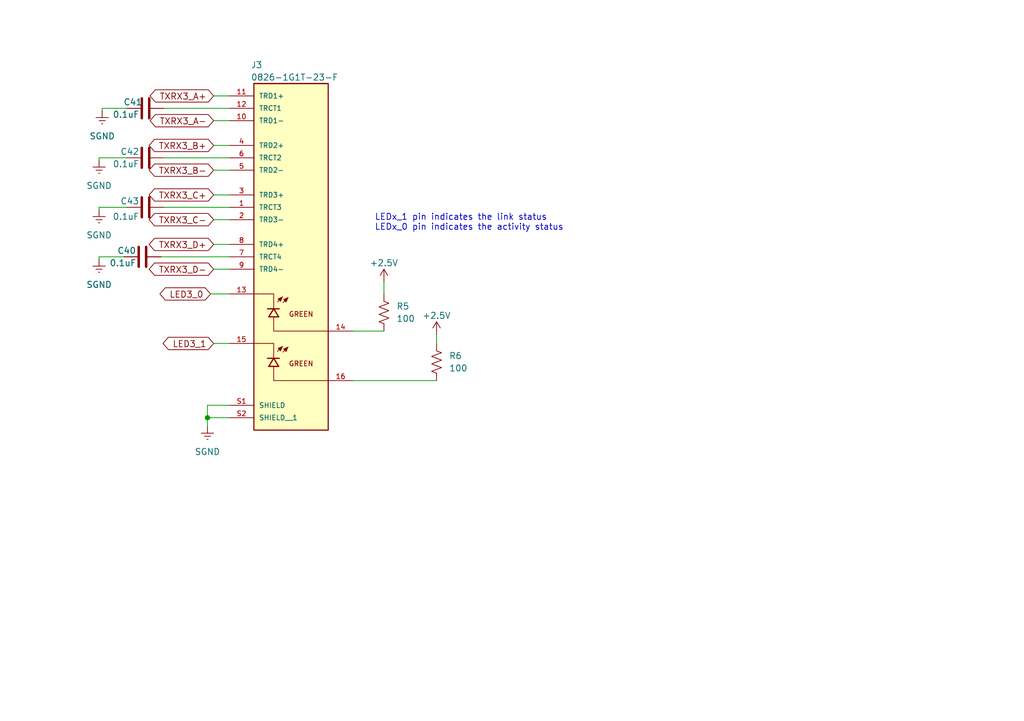
<source format=kicad_sch>
(kicad_sch (version 20250114) (generator "eeschema") (generator_version "9.0")
  (paper "A5")
  (lib_symbols
    (symbol "Device:C" (pin_numbers (hide yes)) (pin_names (offset 0.254))
      (property "Reference" "C" (at 0.635 2.54 0))
      (property "Value" "C" (at 0.635 -2.54 0))
      (symbol "C_0_1"
        (polyline (pts (xy -2.032 0.762) (xy 2.032 0.762)) (stroke (width 0.508)))
        (polyline (pts (xy -2.032 -0.762) (xy 2.032 -0.762)) (stroke (width 0.508)))
      )
      (symbol "C_1_1"
        (pin passive line (at 0 3.81 270) (length 2.794) (name "~") (number "1"))
        (pin passive line (at 0 -3.81 90) (length 2.794) (name "~") (number "2"))
      )
    )
    (symbol "Device:R_US" (pin_numbers (hide yes)) (pin_names (offset 0))
      (property "Reference" "R" (at 2.54 0 90))
      (property "Value" "R_US" (at -2.54 0 90))
      (symbol "R_US_0_1"
        (polyline (pts (xy 0 2.286) (xy 0 2.54)))
        (polyline (pts (xy 0 2.286) (xy 1.016 1.905) (xy 0 1.524) (xy -1.016 1.143) (xy 0 0.762)))
        (polyline (pts (xy 0 0.762) (xy 1.016 0.381) (xy 0 0) (xy -1.016 -0.381) (xy 0 -0.762)))
        (polyline (pts (xy 0 -0.762) (xy 1.016 -1.143) (xy 0 -1.524) (xy -1.016 -1.905) (xy 0 -2.286)))
        (polyline (pts (xy 0 -2.286) (xy 0 -2.54)))
      )
      (symbol "R_US_1_1"
        (pin passive line (at 0 3.81 270) (length 1.27) (name "~") (number "1"))
        (pin passive line (at 0 -3.81 90) (length 1.27) (name "~") (number "2"))
      )
    )
    (symbol "SCALES:0826-1G1T-23-F" (pin_names (offset 1.016))
      (property "Reference" "J" (at -7.62 34.29 0))
      (property "Value" "0826-1G1T-23-F" (at -7.62 -39.37 0))
      (symbol "0826-1G1T-23-F_0_0"
        (rectangle (start -7.62 33.02) (end 7.62 -38.1) (stroke (width 0.254)) (fill (type background)))
        (polyline (pts (xy -3.556 -10.16) (xy -7.62 -10.16)) (stroke (width 0.1524)))
        (polyline (pts (xy -3.556 -13.081) (xy -3.556 -10.16)) (stroke (width 0.1524)))
        (polyline (pts (xy -3.556 -13.208) (xy -4.826 -13.208)) (stroke (width 0.254)))
        (polyline (pts (xy -3.556 -13.208) (xy -4.572 -14.859)) (stroke (width 0.254)))
        (polyline (pts (xy -3.556 -17.78) (xy -3.556 -14.986)) (stroke (width 0.1524)))
        (polyline (pts (xy -3.556 -17.78) (xy 7.62 -17.78)) (stroke (width 0.1524)))
        (polyline (pts (xy -3.556 -20.32) (xy -7.62 -20.32)) (stroke (width 0.1524)))
        (polyline (pts (xy -3.556 -23.241) (xy -3.556 -20.32)) (stroke (width 0.1524)))
        (polyline (pts (xy -3.556 -23.368) (xy -4.826 -23.368)) (stroke (width 0.254)))
        (polyline (pts (xy -3.556 -23.368) (xy -4.572 -25.019)) (stroke (width 0.254)))
        (polyline (pts (xy -3.556 -27.94) (xy -3.556 -25.146)) (stroke (width 0.1524)))
        (polyline (pts (xy -3.556 -27.94) (xy 7.62 -27.94)) (stroke (width 0.1524)))
        (polyline (pts (xy -2.794 -11.811) (xy -1.778 -10.795)) (stroke (width 0.1524)))
        (polyline (pts (xy -2.794 -21.971) (xy -1.778 -20.955)) (stroke (width 0.1524)))
        (polyline (pts (xy -2.54 -14.859) (xy -4.572 -14.859)) (stroke (width 0.254)))
        (polyline (pts (xy -2.54 -14.859) (xy -3.556 -13.208)) (stroke (width 0.254)))
        (polyline (pts (xy -2.54 -25.019) (xy -4.572 -25.019)) (stroke (width 0.254)))
        (polyline (pts (xy -2.54 -25.019) (xy -3.556 -23.368)) (stroke (width 0.254)))
        (polyline (pts (xy -2.413 -13.208) (xy -3.556 -13.208)) (stroke (width 0.254)))
        (polyline (pts (xy -2.413 -23.368) (xy -3.556 -23.368)) (stroke (width 0.254)))
        (polyline (pts (xy -1.778 -10.795) (xy -2.667 -11.176) (xy -2.159 -11.684) (xy -1.778 -10.795)) (stroke (width 0.1524)) (fill (type outline)))
        (polyline (pts (xy -1.778 -20.955) (xy -2.667 -21.336) (xy -2.159 -21.844) (xy -1.778 -20.955)) (stroke (width 0.1524)) (fill (type outline)))
        (polyline (pts (xy -1.651 -11.938) (xy -0.635 -10.922)) (stroke (width 0.1524)))
        (polyline (pts (xy -1.651 -22.098) (xy -0.635 -21.082)) (stroke (width 0.1524)))
        (polyline (pts (xy -0.635 -10.922) (xy -1.524 -11.303) (xy -1.016 -11.811) (xy -0.635 -10.922)) (stroke (width 0.1524)) (fill (type outline)))
        (polyline (pts (xy -0.635 -21.082) (xy -1.524 -21.463) (xy -1.016 -21.971) (xy -0.635 -21.082)) (stroke (width 0.1524)) (fill (type outline)))
        (text "GREEN" (at -0.508 -13.716 0) (effects (font (size 1.016 1.016)) (justify left top)))
        (text "GREEN" (at -0.508 -23.876 0) (effects (font (size 1.016 1.016)) (justify left top)))
        (pin passive line (at -12.7 30.48 0) (length 5.08) (name "TRD1+") (number "11"))
        (pin passive line (at -12.7 27.94 0) (length 5.08) (name "TRCT1") (number "12"))
        (pin passive line (at -12.7 25.4 0) (length 5.08) (name "TRD1-") (number "10"))
        (pin passive line (at -12.7 20.32 0) (length 5.08) (name "TRD2+") (number "4"))
        (pin passive line (at -12.7 17.78 0) (length 5.08) (name "TRCT2") (number "6"))
        (pin passive line (at -12.7 15.24 0) (length 5.08) (name "TRD2-") (number "5"))
        (pin passive line (at -12.7 10.16 0) (length 5.08) (name "TRD3+") (number "3"))
        (pin passive line (at -12.7 7.62 0) (length 5.08) (name "TRCT3") (number "1"))
        (pin passive line (at -12.7 5.08 0) (length 5.08) (name "TRD3-") (number "2"))
        (pin passive line (at -12.7 0 0) (length 5.08) (name "TRD4+") (number "8"))
        (pin passive line (at -12.7 -2.54 0) (length 5.08) (name "TRCT4") (number "7"))
        (pin passive line (at -12.7 -5.08 0) (length 5.08) (name "TRD4-") (number "9"))
        (pin passive line (at -12.7 -10.16 0) (length 5.08) (name "~") (number "13"))
        (pin passive line (at -12.7 -20.32 0) (length 5.08) (name "~") (number "15"))
        (pin passive line (at -12.7 -33.02 0) (length 5.08) (name "SHIELD") (number "S1"))
        (pin passive line (at -12.7 -35.56 0) (length 5.08) (name "SHIELD__1") (number "S2"))
        (pin passive line (at 12.7 -17.78 180) (length 5.08) (name "~") (number "14"))
        (pin passive line (at 12.7 -27.94 180) (length 5.08) (name "~") (number "16"))
      )
    )
    (symbol "power:+2V5" (power) (pin_numbers (hide yes)) (pin_names (offset 0) (hide yes))
      (property "Value" "+2V5" (at 0 3.556 0))
      (symbol "+2V5_0_1"
        (polyline (pts (xy -0.762 1.27) (xy 0 2.54)))
        (polyline (pts (xy 0 2.54) (xy 0.762 1.27)))
        (polyline (pts (xy 0 0) (xy 0 2.54)))
      )
      (symbol "+2V5_1_1"
        (pin power_in line (at 0 0 90) (length 0) (name "~") (number "1"))
      )
    )
    (symbol "power:GNDREF" (power) (pin_numbers (hide yes)) (pin_names (offset 0) (hide yes))
      (property "Value" "GNDREF" (at 0 -3.81 0))
      (symbol "GNDREF_0_1"
        (polyline (pts (xy -0.635 -1.905) (xy 0.635 -1.905)))
        (polyline (pts (xy -0.127 -2.54) (xy 0.127 -2.54)))
        (polyline (pts (xy 0 -1.27) (xy 0 0)))
        (polyline (pts (xy 1.27 -1.27) (xy -1.27 -1.27)))
      )
      (symbol "GNDREF_1_1"
        (pin power_in line (at 0 0 270) (length 0) (name "~") (number "1"))
      )
    )
  )
  (text "LEDx_1 pin indicates the link status\nLEDx_0 pin indicates the activity status" (at 76.835 45.72 0) (effects (font (size 1.27 1.27)) (justify left)))
  (junction (at 42.545 85.725))
  (wire (pts (xy 72.39 67.945) (xy 78.74 67.945)))
  (wire (pts (xy 20.32 33.02) (xy 20.32 32.385)))
  (wire (pts (xy 42.545 85.725) (xy 42.545 87.63)))
  (wire (pts (xy 42.545 83.185) (xy 42.545 85.725)))
  (wire (pts (xy 72.39 78.105) (xy 89.535 78.105)))
  (wire (pts (xy 20.32 52.705) (xy 25.4 52.705)))
  (wire (pts (xy 20.955 22.225) (xy 26.035 22.225)))
  (wire (pts (xy 43.815 29.845) (xy 46.99 29.845)))
  (wire (pts (xy 33.655 22.225) (xy 46.99 22.225)))
  (wire (pts (xy 43.18 60.325) (xy 46.99 60.325)))
  (wire (pts (xy 33.655 32.385) (xy 46.99 32.385)))
  (wire (pts (xy 43.815 34.925) (xy 46.99 34.925)))
  (wire (pts (xy 43.815 70.485) (xy 46.99 70.485)))
  (wire (pts (xy 26.035 42.545) (xy 20.32 42.545)))
  (wire (pts (xy 20.955 22.86) (xy 20.955 22.225)))
  (wire (pts (xy 20.32 32.385) (xy 26.035 32.385)))
  (wire (pts (xy 78.74 57.785) (xy 78.74 60.325)))
  (wire (pts (xy 46.99 83.185) (xy 42.545 83.185)))
  (wire (pts (xy 33.02 52.705) (xy 46.99 52.705)))
  (wire (pts (xy 43.815 19.685) (xy 46.99 19.685)))
  (wire (pts (xy 89.535 68.58) (xy 89.535 70.485)))
  (wire (pts (xy 43.815 50.165) (xy 46.99 50.165)))
  (wire (pts (xy 43.815 55.245) (xy 46.99 55.245)))
  (wire (pts (xy 43.815 40.005) (xy 46.99 40.005)))
  (wire (pts (xy 20.32 53.34) (xy 20.32 52.705)))
  (wire (pts (xy 43.815 24.765) (xy 46.99 24.765)))
  (wire (pts (xy 20.32 42.545) (xy 20.32 43.18)))
  (wire (pts (xy 43.815 45.085) (xy 46.99 45.085)))
  (wire (pts (xy 33.655 42.545) (xy 46.99 42.545)))
  (wire (pts (xy 42.545 85.725) (xy 46.99 85.725)))
  (global_label "TXRX3_C+" (shape bidirectional) (at 43.815 40.005 180) (property "Intersheetrefs" "${INTERSHEET_REFS}" (effects (hide yes))) (property "Netclass" "DP_100R_TOP" (effects (hide yes))))
  (global_label "TXRX3_A-" (shape bidirectional) (at 43.815 24.765 180) (property "Intersheetrefs" "${INTERSHEET_REFS}" (effects (hide yes))) (property "Netclass" "DP_100R_TOP" (effects (hide yes))))
  (global_label "LED3_0" (shape bidirectional) (at 43.18 60.325 180) (property "Intersheetrefs" "${INTERSHEET_REFS}" (effects (hide yes))))
  (global_label "TXRX3_D+" (shape bidirectional) (at 43.815 50.165 180) (property "Intersheetrefs" "${INTERSHEET_REFS}" (effects (hide yes))) (property "Netclass" "DP_100R_TOP" (effects (hide yes))))
  (global_label "LED3_1" (shape bidirectional) (at 43.815 70.485 180) (property "Intersheetrefs" "${INTERSHEET_REFS}" (effects (hide yes))))
  (global_label "TXRX3_B-" (shape bidirectional) (at 43.815 34.925 180) (property "Intersheetrefs" "${INTERSHEET_REFS}" (effects (hide yes))) (property "Netclass" "DP_100R_TOP" (effects (hide yes))))
  (global_label "TXRX3_C-" (shape bidirectional) (at 43.815 45.085 180) (property "Intersheetrefs" "${INTERSHEET_REFS}" (effects (hide yes))) (property "Netclass" "DP_100R_TOP" (effects (hide yes))))
  (global_label "TXRX3_D-" (shape bidirectional) (at 43.815 55.245 180) (property "Intersheetrefs" "${INTERSHEET_REFS}" (effects (hide yes))) (property "Netclass" "DP_100R_TOP" (effects (hide yes))))
  (global_label "TXRX3_A+" (shape bidirectional) (at 43.815 19.685 180) (property "Intersheetrefs" "${INTERSHEET_REFS}" (effects (hide yes))) (property "Netclass" "DP_100R_TOP" (effects (hide yes))))
  (global_label "TXRX3_B+" (shape bidirectional) (at 43.815 29.845 180) (property "Intersheetrefs" "${INTERSHEET_REFS}" (effects (hide yes))) (property "Netclass" "DP_100R_TOP" (effects (hide yes))))
  (symbol (lib_id "power:GNDREF") (at 20.32 43.18 0) (unit 1)
    (property "Reference" "#PWR025" (effects (hide yes)))
    (property "Value" "SGND" (at 20.32 48.26 0))
    (property "Description" "Power symbol creates a global label with name \"GNDREF\" , reference supply ground" (effects (hide yes)))
  )
  (symbol (lib_id "power:+2V5") (at 89.535 68.58 0) (unit 1)
    (property "Reference" "#PWR030" (effects (hide yes)))
    (property "Value" "+2.5V" (at 89.535 64.77 0))
    (property "Description" "Power symbol creates a global label with name \"+2V5\"" (effects (hide yes)))
  )
  (symbol (lib_id "Device:C") (at 29.21 52.705 90) (unit 1)
    (property "Reference" "C40" (at 27.94 51.435 90) (effects (justify left)))
    (property "Value" "0.1uF" (at 27.94 53.975 90) (effects (justify left)))
    (property "Footprint" "Capacitor_SMD:C_0603_1608Metric" (effects (hide yes)))
    (property "Description" "Unpolarized capacitor" (effects (hide yes)))
  )
  (symbol (lib_id "Device:C") (at 29.845 22.225 90) (unit 1)
    (property "Reference" "C41" (at 29.21 20.955 90) (effects (justify left)))
    (property "Value" "0.1uF" (at 28.575 23.495 90) (effects (justify left)))
    (property "Footprint" "Capacitor_SMD:C_0603_1608Metric" (effects (hide yes)))
    (property "Description" "Unpolarized capacitor" (effects (hide yes)))
  )
  (symbol (lib_id "power:GNDREF") (at 20.32 33.02 0) (unit 1)
    (property "Reference" "#PWR024" (effects (hide yes)))
    (property "Value" "SGND" (at 20.32 38.1 0))
    (property "Description" "Power symbol creates a global label with name \"GNDREF\" , reference supply ground" (effects (hide yes)))
  )
  (symbol (lib_id "power:+2V5") (at 78.74 57.785 0) (unit 1)
    (property "Reference" "#PWR029" (effects (hide yes)))
    (property "Value" "+2.5V" (at 78.74 53.975 0))
    (property "Description" "Power symbol creates a global label with name \"+2V5\"" (effects (hide yes)))
  )
  (symbol (lib_id "Device:R_US") (at 89.535 74.295 180) (unit 1)
    (property "Reference" "R6" (at 92.075 73.0249 0) (effects (justify right)))
    (property "Value" "100" (at 92.075 75.5649 0) (effects (justify right)))
    (property "Footprint" "Resistor_SMD:R_0603_1608Metric" (effects (hide yes)))
    (property "Description" "Resistor, US symbol" (effects (hide yes)))
  )
  (symbol (lib_id "Device:C") (at 29.845 32.385 90) (unit 1)
    (property "Reference" "C42" (at 28.575 31.115 90) (effects (justify left)))
    (property "Value" "0.1uF" (at 28.575 33.655 90) (effects (justify left)))
    (property "Footprint" "Capacitor_SMD:C_0603_1608Metric" (effects (hide yes)))
    (property "Description" "Unpolarized capacitor" (effects (hide yes)))
  )
  (symbol (lib_id "Device:C") (at 29.845 42.545 90) (unit 1)
    (property "Reference" "C43" (at 28.575 41.275 90) (effects (justify left)))
    (property "Value" "0.1uF" (at 28.575 44.45 90) (effects (justify left)))
    (property "Footprint" "Capacitor_SMD:C_0603_1608Metric" (effects (hide yes)))
    (property "Description" "Unpolarized capacitor" (effects (hide yes)))
  )
  (symbol (lib_id "power:GNDREF") (at 20.955 22.86 0) (unit 1)
    (property "Reference" "#PWR027" (effects (hide yes)))
    (property "Value" "SGND" (at 20.955 27.94 0))
    (property "Description" "Power symbol creates a global label with name \"GNDREF\" , reference supply ground" (effects (hide yes)))
  )
  (symbol (lib_id "SCALES:0826-1G1T-23-F") (at 59.69 50.165 0) (unit 1)
    (property "Reference" "J3" (at 51.435 13.335 0) (effects (justify left)))
    (property "Value" "0826-1G1T-23-F" (at 51.435 15.875 0) (effects (justify left)))
    (property "Footprint" "SCALES:BEL_0826-1G1T-23-F" (effects (hide yes)))
    (property "Datasheet" "https://jlcpcb.com/partdetail/BelFuse-0826_1G1T_23F/C5467573" (effects (hide yes)))
    (property "Description" "MagJack 1000BASE-T | 1X1 | G/G | Tab Up | RoHS" (effects (hide yes)))
    (property "MF" "Bel Magnetic Solutions" (effects (hide yes)))
    (property "PACKAGE" "None" (effects (hide yes)))
    (property "PRICE" "None" (effects (hide yes)))
    (property "MP" "0826-1G1T-23-F" (effects (hide yes)))
    (property "AVAILABILITY" "Unavailable" (effects (hide yes)))
  )
  (symbol (lib_id "Device:R_US") (at 78.74 64.135 180) (unit 1)
    (property "Reference" "R5" (at 81.28 62.8649 0) (effects (justify right)))
    (property "Value" "100" (at 81.28 65.4049 0) (effects (justify right)))
    (property "Footprint" "Resistor_SMD:R_0603_1608Metric" (effects (hide yes)))
    (property "Description" "Resistor, US symbol" (effects (hide yes)))
  )
  (symbol (lib_id "power:GNDREF") (at 20.32 53.34 0) (unit 1)
    (property "Reference" "#PWR026" (effects (hide yes)))
    (property "Value" "SGND" (at 20.32 58.42 0))
    (property "Description" "Power symbol creates a global label with name \"GNDREF\" , reference supply ground" (effects (hide yes)))
  )
  (symbol (lib_id "power:GNDREF") (at 42.545 87.63 0) (unit 1)
    (property "Reference" "#PWR021" (effects (hide yes)))
    (property "Value" "SGND" (at 42.545 92.71 0))
    (property "Description" "Power symbol creates a global label with name \"GNDREF\" , reference supply ground" (effects (hide yes)))
  )
)
</source>
